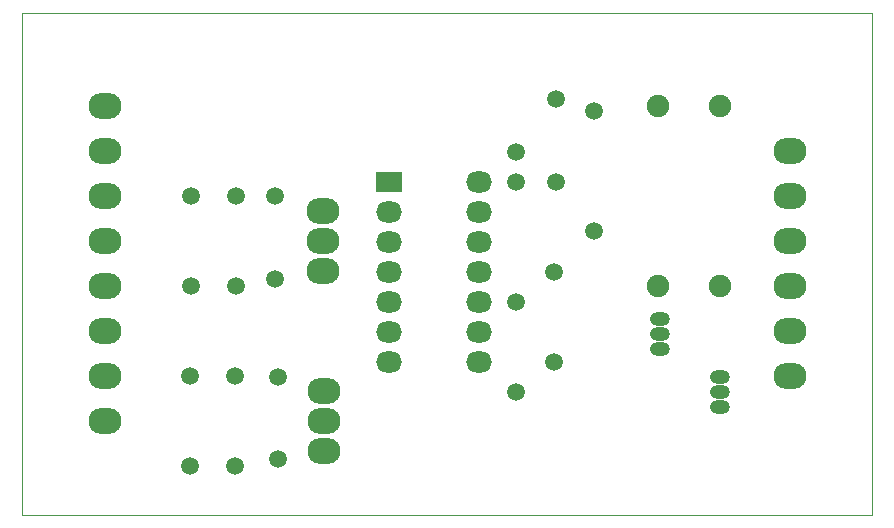
<source format=gbs>
G04 ================== begin FILE IDENTIFICATION RECORD ==================*
G04 Layout Name:  Z:/Projets_Cadence/PCB/2016/Jerome/FdC Kamar/allegro/FdC Kamar.brd*
G04 Film Name:    EPARGNE_BOT*
G04 File Format:  Gerber RS274X*
G04 File Origin:  Cadence Allegro 16.6-2015-S064*
G04 Origin Date:  Tue Feb 23 10:20:43 2016*
G04 *
G04 Layer:  VIA CLASS/SOLDERMASK_BOTTOM*
G04 Layer:  PIN/SOLDERMASK_BOTTOM*
G04 Layer:  PACKAGE GEOMETRY/SOLDERMASK_BOTTOM*
G04 Layer:  DRAWING FORMAT/TITLE_BLOCK_BOT*
G04 Layer:  BOARD GEOMETRY/OUTLINE*
G04 Layer:  BOARD GEOMETRY/SOLDERMASK_BOTTOM*
G04 *
G04 Offset:    (0.0000 0.0000)*
G04 Mirror:    No*
G04 Mode:      Positive*
G04 Rotation:  0*
G04 FullContactRelief:  No*
G04 UndefLineWidth:     0.1000*
G04 ================== end FILE IDENTIFICATION RECORD ====================*
%FSLAX35Y35*MOMM*%
%IR0*IPPOS*OFA0.00000B0.00000*MIA0B0*SFA1.00000B1.00000*%
%ADD14O,1.7X1.2*%
%ADD12O,2.2X1.8*%
%ADD10O,2.8X2.2*%
%ADD13R,2.2X1.8*%
%ADD11C,1.5*%
%ADD15C,1.9*%
%ADD16C,.1*%
G75*
%LPD*%
G75*
G54D10*
X700000Y791500D03*
Y1172500D03*
Y1553500D03*
Y1934500D03*
Y2315500D03*
Y2696500D03*
Y3077500D03*
Y3458500D03*
X2555000Y537000D03*
Y791000D03*
Y1045000D03*
X2551000Y2319000D03*
Y2065000D03*
Y2573000D03*
X6500000Y1172500D03*
Y1553500D03*
Y1934500D03*
Y2315500D03*
Y2696500D03*
Y3077500D03*
G54D11*
X1421000Y410000D03*
Y1172000D03*
X1428000Y1934000D03*
Y2696000D03*
X1805000Y410000D03*
Y1172000D03*
X1815000Y1935000D03*
Y2697000D03*
X2170000Y469000D03*
Y1169000D03*
X2141000Y1996000D03*
Y2696000D03*
X4181000Y1038000D03*
Y1800000D03*
Y2822000D03*
Y3072000D03*
X4507000Y1293000D03*
Y2055000D03*
X4518000Y2822000D03*
Y3522000D03*
X4843000Y2401000D03*
Y3417000D03*
G54D12*
X3110000Y1294000D03*
Y1548000D03*
Y1802000D03*
Y2056000D03*
Y2310000D03*
Y2564000D03*
X3872000Y1294000D03*
Y1548000D03*
Y1802000D03*
Y2056000D03*
Y2564000D03*
Y2310000D03*
Y2818000D03*
G54D13*
X3110000D03*
G54D14*
X5400000Y1530000D03*
Y1403000D03*
Y1657000D03*
X5910000Y913000D03*
Y1167000D03*
Y1040000D03*
G54D15*
X5387000Y1936000D03*
Y3460000D03*
X5908000Y1938000D03*
Y3462000D03*
G54D16*
G01X0Y0D02*
X7200000D01*
Y4250000D01*
X0D01*
Y0D01*
M02*

</source>
